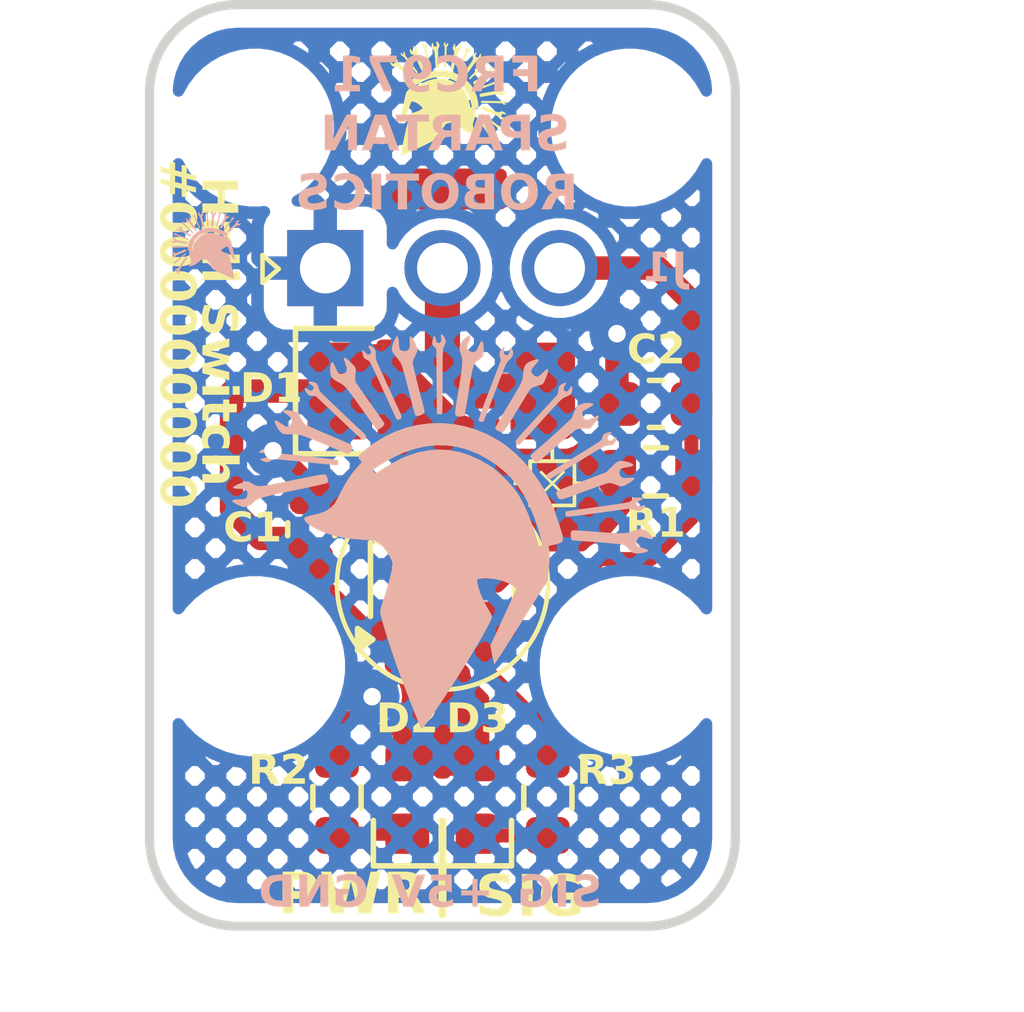
<source format=kicad_pcb>
(kicad_pcb (version 20240108) (generator "pcbnew") (generator_version "8.0")
  (layers (0 "F.Cu" signal) (31 "B.Cu" signal) (34 "B.Paste" user) (35 "F.Paste" user) (36 "B.SilkS" user "B.Silkscreen") (37 "F.SilkS" user "F.Silkscreen") (38 "B.Mask" user) (39 "F.Mask" user) (44 "Edge.Cuts" user))
  (net 0 "")
  (net 1 "SYS PWR")
  (net 2 "GND")
  (net 3 "Net-(J1-Pin_3)")
  (net 4 "+5V")
  (net 5 "Net-(D2-K)")
  (net 6 "Net-(D3-K)")
  (footprint "Package_TO_SOT_SMD:SOT-23-3" (layer "F.Cu") (at 127 103.2764 90)
    (property "Reference" "U1" (at 1.016 -0.9652 0) (layer "F.SilkS") (effects (font (size 0.635 0.635) (thickness 0.635) (bold yes))))
    (property "Value" "US5881ESE")
    (pad "1" smd roundrect (at -1.1375 -0.95 90) (size 1.325 0.6) (layers "F.Cu" "F.Paste" "F.Mask") (net 1 "SYS PWR"))
    (pad "2" smd roundrect (at -1.1375 0.95 90) (size 1.325 0.6) (layers "F.Cu" "F.Paste" "F.Mask") (net 3 "Net-(J1-Pin_3)"))
    (pad "3" smd roundrect (at 1.1375 0 90) (size 1.325 0.6) (layers "F.Cu" "F.Paste" "F.Mask") (net 2 "GND"))
  )
  (footprint "LOGO" (layer "F.Cu") (at 127.127 92.837)
    (property "Reference" "G***" (hide yes))
    (property "Value" "LOGO" (hide yes))
  )
  (footprint "Capacitor_SMD:C_0603_1608Metric" (layer "F.Cu") (at 124.1552 102.1842 90)
    (property "Reference" "C1" (at 0 -1.27 0) (layer "F.SilkS") (effects (font (size 0.635 0.635) (thickness 0.635) (bold yes))))
    (property "Value" ".1uf-10%-25V-0603")
    (pad "1" smd roundrect (at -0.775 0 90) (size 0.9 0.95) (layers "F.Cu" "F.Paste" "F.Mask") (net 1 "SYS PWR"))
    (pad "2" smd roundrect (at 0.775 0 90) (size 0.9 0.95) (layers "F.Cu" "F.Paste" "F.Mask") (net 2 "GND"))
  )
  (footprint "MountingHole:MountingHole_2.1mm" (layer "F.Cu") (at 122.936 93.472)
    (property "Reference" "H1" (hide yes))
    (property "Value" "MountingHole")
    (pad "" np_thru_hole circle (at 0 0) (size 2.1 2.1) (drill 2.921) (layers "F&B.Cu" "*.Mask"))
  )
  (footprint "LED_SMD:LED_0603_1608Metric" (layer "F.Cu") (at 127.762 108.0008 90)
    (property "Reference" "D3" (at 1.6764 0 180) (layer "F.SilkS") (effects (font (size 0.635 0.635) (thickness 0.635) (bold yes))))
    (property "Value" "SIG")
    (pad "1" smd roundrect (at -0.7875 0 90) (size 0.875 0.95) (layers "F.Cu" "F.Paste" "F.Mask") (net 6 "Net-(D3-K)"))
    (pad "2" smd roundrect (at 0.7875 0 90) (size 0.875 0.95) (layers "F.Cu" "F.Paste" "F.Mask") (net 1 "SYS PWR"))
  )
  (footprint "LOGO" (layer "F.Cu") (at 129.3876 101.1936)
    (property "Reference" "G***" (hide yes))
    (property "Value" "LOGO" (hide yes))
  )
  (footprint "MountingHole:MountingHole_2.1mm" (layer "F.Cu") (at 131.064 93.472)
    (property "Reference" "H2" (hide yes))
    (property "Value" "MountingHole")
    (pad "" np_thru_hole circle (at 0 0) (size 2.1 2.1) (drill 2.921) (layers "F&B.Cu" "*.Mask"))
  )
  (footprint "Resistor_SMD:R_0603_1608Metric" (layer "F.Cu") (at 131.6228 100.9396)
    (property "Reference" "R1" (at 0 1.143 180) (layer "F.SilkS") (effects (font (size 0.635 0.635) (thickness 0.15875) (bold yes))))
    (property "Value" "10k-1%-0603")
    (pad "1" smd roundrect (at -0.825 0) (size 0.8 0.95) (layers "F.Cu" "F.Paste" "F.Mask") (net 1 "SYS PWR"))
    (pad "2" smd roundrect (at 0.825 0) (size 0.8 0.95) (layers "F.Cu" "F.Paste" "F.Mask") (net 3 "Net-(J1-Pin_3)"))
  )
  (footprint "Capacitor_SMD:C_0603_1608Metric" (layer "F.Cu") (at 131.6228 99.4664 180)
    (property "Reference" "C2" (at -0.013 1.143 0) (layer "F.SilkS") (effects (font (size 0.635 0.635) (thickness 0.635) (bold yes))))
    (property "Value" "4.7nf-10%-25V-0603")
    (pad "1" smd roundrect (at -0.775 0 180) (size 0.9 0.95) (layers "F.Cu" "F.Paste" "F.Mask") (net 3 "Net-(J1-Pin_3)"))
    (pad "2" smd roundrect (at 0.775 0 180) (size 0.9 0.95) (layers "F.Cu" "F.Paste" "F.Mask") (net 2 "GND"))
  )
  (footprint "Resistor_SMD:R_0603_1608Metric" (layer "F.Cu") (at 129.286 108.0008 90)
    (property "Reference" "R3" (at 0.5588 1.27 0) (layer "F.SilkS") (effects (font (size 0.635 0.635) (thickness 0.635) (bold yes))))
    (property "Value" "3k-1%-0603")
    (pad "1" smd roundrect (at -0.825 0 90) (size 0.8 0.95) (layers "F.Cu" "F.Paste" "F.Mask") (net 6 "Net-(D3-K)"))
    (pad "2" smd roundrect (at 0.825 0 90) (size 0.8 0.95) (layers "F.Cu" "F.Paste" "F.Mask") (net 3 "Net-(J1-Pin_3)"))
  )
  (footprint "Resistor_SMD:R_0603_1608Metric" (layer "F.Cu") (at 124.714 108.0008 90)
    (property "Reference" "R2" (at 0.5588 -1.27 0) (layer "F.SilkS") (effects (font (size 0.635 0.635) (thickness 0.635) (bold yes))))
    (property "Value" "3k-1%-0603")
    (pad "1" smd roundrect (at -0.825 0 90) (size 0.8 0.95) (layers "F.Cu" "F.Paste" "F.Mask") (net 5 "Net-(D2-K)"))
    (pad "2" smd roundrect (at 0.825 0 90) (size 0.8 0.95) (layers "F.Cu" "F.Paste" "F.Mask") (net 2 "GND"))
  )
  (footprint "LED_SMD:LED_0603_1608Metric" (layer "F.Cu") (at 126.238 108.0008 90)
    (property "Reference" "D2" (at 1.6764 0 180) (layer "F.SilkS") (effects (font (size 0.635 0.635) (thickness 0.635) (bold yes))))
    (property "Value" "PWR")
    (pad "1" smd roundrect (at -0.7875 0 90) (size 0.875 0.95) (layers "F.Cu" "F.Paste" "F.Mask") (net 5 "Net-(D2-K)"))
    (pad "2" smd roundrect (at 0.7875 0 90) (size 0.875 0.95) (layers "F.Cu" "F.Paste" "F.Mask") (net 1 "SYS PWR"))
  )
  (footprint "Diode_SMD:D_SOD-128" (layer "F.Cu") (at 126.9746 99.187)
    (property "Reference" "D1" (at -3.683 -0.0254 0) (layer "F.SilkS") (effects (font (size 0.635 0.635) (thickness 0.15875) (bold yes))))
    (property "Value" "PMEG3020EP,115")
    (pad "1" smd roundrect (at -2.2 0) (size 1.4 2.1) (layers "F.Cu" "F.Paste" "F.Mask") (roundrect_rratio 0.1785714286) (net 1 "SYS PWR"))
    (pad "2" smd roundrect (at 2.2 0) (size 1.4 2.1) (layers "F.Cu" "F.Paste" "F.Mask") (roundrect_rratio 0.1785714286) (net 4 "+5V"))
  )
  (footprint "HallEffect:70555-0037" (layer "B.Cu") (at 127 100.838)
    (property "Reference" "J1" (at 4.826 -4.2926 0) (layer "B.SilkS") (effects (font (size 0.635 0.635) (thickness 0.635) (bold yes)) (justify mirror)))
    (property "Value" "0705550037")
    (pad "" np_thru_hole circle (at -4.064 4.318) (size 3.4036 3.4036) (drill 3.4036) (layers "*.Cu" "*.Mask"))
    (pad "" np_thru_hole circle (at 4.064 4.318) (size 3.4036 3.4036) (drill 3.4036) (layers "*.Cu" "*.Mask"))
    (pad "1" thru_hole rect (at -2.54 -4.318) (size 1.65 1.65) (drill 1.1) (layers "*.Cu" "*.Mask") (net 2 "GND"))
    (pad "2" thru_hole circle (at 0 -4.318) (size 1.65 1.65) (drill 1.1) (layers "*.Cu" "*.Mask") (net 4 "+5V"))
    (pad "3" thru_hole circle (at 2.54 -4.318) (size 1.65 1.65) (drill 1.1) (layers "*.Cu" "*.Mask") (net 3 "Net-(J1-Pin_3)"))
  )
  (footprint "LOGO" (layer "B.Cu") (at 127.018737 101.593424 135)
    (property "Reference" "G***" (hide yes))
    (property "Value" "LOGO" (hide yes))
  )
  (footprint "LOGO" (layer "B.Cu") (at 121.8692 96.012 180)
    (property "Reference" "G***" (hide yes))
    (property "Value" "LOGO" (hide yes))
  )
  (gr_line (start 127 109.22) (end 127 110.5408) (stroke (width 0.1778)) (layer "F.SilkS"))
  (gr_circle (center 127 103.378) (end 127 101.092) (stroke (width 0.1)) (fill none) (layer "F.SilkS"))
  (gr_line (start 122.555 90.805) (end 131.445 90.805) (stroke (width 0.2)) (layer "Edge.Cuts"))
  (gr_arc (start 133.35 108.888962) (mid 132.792038 110.236) (end 131.445 110.793962) (stroke (width 0.2)) (layer "Edge.Cuts"))
  (gr_arc (start 131.445 90.805) (mid 132.792038 91.362962) (end 133.35 92.71) (stroke (width 0.2)) (layer "Edge.Cuts"))
  (gr_line (start 120.65 108.888962) (end 120.65 92.71) (stroke (width 0.2)) (layer "Edge.Cuts"))
  (gr_arc (start 120.65 92.71) (mid 121.207962 91.362962) (end 122.555 90.805) (stroke (width 0.2)) (layer "Edge.Cuts"))
  (gr_line (start 131.445 110.793962) (end 122.555 110.793962) (stroke (width 0.2)) (layer "Edge.Cuts"))
  (gr_line (start 133.35 92.71) (end 133.35 108.888962) (stroke (width 0.2)) (layer "Edge.Cuts"))
  (gr_arc (start 122.555 110.793962) (mid 121.207962 110.236) (end 120.65 108.888962) (stroke (width 0.2)) (layer "Edge.Cuts"))
  (gr_text "+5V" (at 127 110.49 0) (layer "B.SilkS") (effects (font (size 0.6858 0.6858) (thickness 0.17145) (bold yes)) (justify bottom mirror)))
  (gr_text "GND" (at 124.206 110.49 0) (layer "B.SilkS") (effects (font (size 0.6858 0.6858) (thickness 0.17145) (bold yes)) (justify bottom mirror)))
  (gr_text "FRC971\nSPARTAN \nROBOTICS" (at 126.873 95.377 0) (layer "B.SilkS") (effects (font (size 0.762 0.762) (thickness 0.127) (bold yes)) (justify bottom mirror)))
  (gr_text "SIG" (at 129.54 110.49 0) (layer "B.SilkS") (effects (font (size 0.6858 0.6858) (thickness 0.17145) (bold yes)) (justify bottom mirror)))
  (gr_text "Hall Switch" (at 121.666 97.8916 270) (layer "F.SilkS") (effects (font (size 0.762 0.762) (thickness 0.1905) (bold yes)) (justify bottom)))
  (gr_text "SIG\n" (at 127.7112 110.7186 0) (layer "F.SilkS") (effects (font (size 0.889 0.889) (thickness 0.22225) (bold yes)) (justify left bottom)))
  (gr_text "PWR\n" (at 123.4186 110.6678 0) (layer "F.SilkS") (effects (font (size 0.889 0.889) (thickness 0.1905) (bold yes)) (justify left bottom)))
  (gr_text "#000000000\n\n" (at 119.4816 97.9424 270) (layer "F.SilkS") (effects (font (size 0.762 0.762) (thickness 0.1905) (bold yes)) (justify bottom)))
  (segment (start 124.1552 103.255728) (end 124.1552 102.9592) (width 0.508) (layer "F.Cu") (net 1))
  (segment (start 124.1552 102.9592) (end 123.5799 102.3839) (width 0.508) (layer "F.Cu") (net 1))
  (segment (start 125.313372 104.4139) (end 124.1552 103.255728) (width 0.508) (layer "F.Cu") (net 1))
  (segment (start 122.428 101.7524) (end 122.428 99.2124) (width 0.508) (layer "F.Cu") (net 1))
  (segment (start 122.4534 99.187) (end 124.7746 99.187) (width 0.508) (layer "F.Cu") (net 1))
  (segment (start 122.428 99.2124) (end 122.4534 99.187) (width 0.508) (layer "F.Cu") (net 1))
  (segment (start 123.5799 102.3839) (end 123.0595 102.3839) (width 0.508) (layer "F.Cu") (net 1))
  (segment (start 126.05 104.4139) (end 125.313372 104.4139) (width 0.508) (layer "F.Cu") (net 1))
  (segment (start 123.0595 102.3839) (end 122.428 101.7524) (width 0.508) (layer "F.Cu") (net 1))
  (segment (start 123.3265 100.4824) (end 124.1552 101.3111) (width 0.508) (layer "F.Cu") (net 2))
  (segment (start 125.8948 101.4092) (end 124.1552 101.4092) (width 0.508) (layer "F.Cu") (net 2))
  (segment (start 130.784 97.9424) (end 130.784 99.4026) (width 0.508) (layer "F.Cu") (net 2))
  (segment (start 130.784 99.4026) (end 130.8478 99.4664) (width 0.508) (layer "F.Cu") (net 2))
  (segment (start 126.6245 102.1389) (end 125.8948 101.4092) (width 0.508) (layer "F.Cu") (net 2))
  (segment (start 124.714 106.5784) (end 125.476 105.8164) (width 0.3048) (layer "F.Cu") (net 2))
  (segment (start 124.1552 101.3111) (end 124.1552 101.4092) (width 0.508) (layer "F.Cu") (net 2))
  (segment (start 127 102.1389) (end 126.6245 102.1389) (width 0.508) (layer "F.Cu") (net 2))
  (segment (start 124.714 107.1758) (end 124.714 106.5784) (width 0.3048) (layer "F.Cu") (net 2))
  (via (at 125.476 105.8164) (size 0.889) (drill 0.381) (layers "F.Cu" "B.Cu") (net 2))
  (via (at 130.784 97.9424) (size 0.889) (drill 0.381) (layers "F.Cu" "B.Cu") (net 2))
  (via (at 123.3265 100.4824) (size 0.889) (drill 0.381) (layers "F.Cu" "B.Cu") (net 2))
  (segment (start 127.95 104.4139) (end 128.830312 104.4139) (width 0.3048) (layer "F.Cu") (net 3))
  (segment (start 128.830312 104.4139) (end 130.412812 102.8314) (width 0.3048) (layer "F.Cu") (net 3))
  (segment (start 127.95 105.2424) (end 129.286 106.5784) (width 0.3048) (layer "F.Cu") (net 3))
  (segment (start 130.412812 102.8314) (end 131.5155 102.8314) (width 0.3048) (layer "F.Cu") (net 3))
  (segment (start 129.54 96.52) (end 131.6736 96.52) (width 0.508) (layer "F.Cu") (net 3))
  (segment (start 132.3978 97.2442) (end 132.3978 99.4664) (width 0.508) (layer "F.Cu") (net 3))
  (segment (start 132.3978 101.9491) (end 132.3978 99.4664) (width 0.3048) (layer "F.Cu") (net 3))
  (segment (start 129.286 106.5784) (end 129.286 107.1758) (width 0.3048) (layer "F.Cu") (net 3))
  (segment (start 131.5155 102.8314) (end 132.3978 101.9491) (width 0.3048) (layer "F.Cu") (net 3))
  (segment (start 127.95 104.4139) (end 127.95 105.2424) (width 0.3048) (layer "F.Cu") (net 3))
  (segment (start 131.6736 96.52) (end 132.3978 97.2442) (width 0.508) (layer "F.Cu") (net 3))
  (segment (start 127.7366 99.187) (end 129.1746 99.187) (width 0.762) (layer "F.Cu") (net 4))
  (segment (start 127 98.4504) (end 127.7366 99.187) (width 0.762) (layer "F.Cu") (net 4))
  (segment (start 127 96.52) (end 127 98.4504) (width 0.762) (layer "F.Cu") (net 4))
  (segment (start 126.238 108.7883) (end 124.7515 108.7883) (width 0.3048) (layer "F.Cu") (net 5))
  (segment (start 124.7515 108.7883) (end 124.714 108.8258) (width 0.3048) (layer "F.Cu") (net 5))
  (segment (start 129.286 108.8258) (end 127.7995 108.8258) (width 0.3048) (layer "F.Cu") (net 6))
  (segment (start 127.7995 108.8258) (end 127.762 108.7883) (width 0.3048) (layer "F.Cu") (net 6))
  (zone (net 1) (net_name "SYS PWR") (layer "F.Cu") (priority 3) (connect_pads yes (clearance 0.1524)) (min_thickness 0.25) (fill yes (thermal_gap 0.127) (thermal_bridge_width 0.635) (smoothing fillet) (radius 0.508))
    (polygon (pts (xy 124.968 98.171) (xy 125.73 98.171) (xy 125.73 99.695) (xy 124.968 99.695)))
  )
  (zone (net 1) (net_name "SYS PWR") (layer "F.Cu") (connect_pads (clearance 0.1524)) (min_thickness 0.25) (fill yes (thermal_gap 0.127) (thermal_bridge_width 0.635) (smoothing fillet) (radius 0.508))
    (polygon (pts (xy 128.27 98.0694) (xy 131.318 101.4984) (xy 130.302 102.6668) (xy 129.1844 102.6668) (xy 128.016 103.7844) (xy 128.016 104.4448) (xy 128.016 106.3244) (xy 128.016 107.5944) (xy 125.984 107.5944) (xy 125.476 105.9688) (xy 125.476 103.5304) (xy 126.238 103.5304) (xy 127 102.2604) (xy 123.952 98.0694)))
  )
  (zone (net 0) (net_name "") (layer "F.Cu") (priority 2) (connect_pads (clearance 0.254)) (min_thickness 0.25) (fill yes (thermal_gap 0.127) (thermal_bridge_width 0.635) (smoothing fillet) (radius 0.127) (island_removal_mode 1) (island_area_min 9.999999))
    (polygon (pts (xy 125.857 94.361) (xy 128.397 94.361) (xy 128.397 95.25) (xy 125.857 95.25)))
  )
  (zone (net 2) (net_name "GND") (layer "B.Cu") (priority 1) (connect_pads (clearance 0.254)) (min_thickness 0.25) (fill yes (mode hatch) (thermal_gap 0.508) (thermal_bridge_width 0.508) (smoothing fillet) (radius 1.905) (hatch_thickness 0.254) (hatch_gap 0.381) (hatch_orientation 45) (hatch_smoothing_level 2) (hatch_smoothing_value 0.15) (hatch_border_algorithm hatch_thickness) (hatch_min_hole_area 0.3))
    (polygon (pts (xy 120.65 90.8304) (xy 133.35 90.8304) (xy 133.477 110.6678) (xy 120.777 110.6678)))
  )
)
</source>
